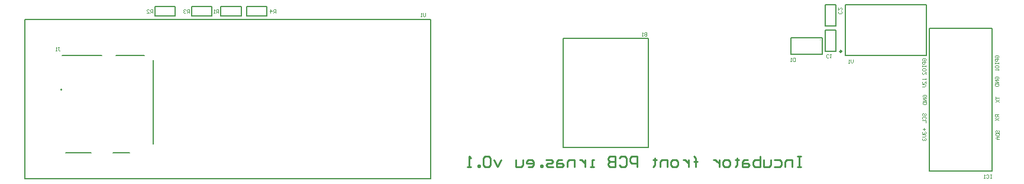
<source format=gbo>
G04 Layer_Color=32896*
%FSAX25Y25*%
%MOIN*%
G70*
G01*
G75*
%ADD39C,0.00787*%
%ADD40C,0.00394*%
%ADD66C,0.00500*%
%ADD67C,0.00984*%
%ADD68C,0.01090*%
D39*
X0254983Y0380515D02*
X0266400D01*
Y0375200D02*
Y0380515D01*
X0254983Y0375200D02*
X0266400D01*
X0254983D02*
Y0380515D01*
X0229317Y0375185D02*
Y0380500D01*
X0217900D02*
X0229317D01*
X0217900Y0375185D02*
Y0380500D01*
Y0375185D02*
X0229317D01*
X0238500D02*
X0249917D01*
X0238500D02*
Y0380500D01*
X0249917D01*
Y0375185D02*
Y0380500D01*
X0269583Y0375200D02*
Y0380515D01*
Y0375200D02*
X0281000D01*
Y0380515D01*
X0269583D02*
X0281000D01*
X0495760Y0300785D02*
X0495892Y0301180D01*
X0447939Y0300785D02*
X0447979Y0305943D01*
Y0307714D01*
Y0362557D01*
X0447939Y0300785D02*
X0495760D01*
X0495892Y0301180D02*
Y0362557D01*
X0447979D02*
X0495892D01*
X0593898Y0353712D02*
Y0362885D01*
X0576181Y0353712D02*
X0593898D01*
X0576063Y0353830D02*
X0576181Y0353712D01*
X0576063Y0353830D02*
Y0362885D01*
X0593898D01*
X0654206Y0287639D02*
X0654332Y0287513D01*
X0654206Y0287639D02*
Y0308183D01*
X0654187Y0287513D02*
X0667218D01*
X0654206Y0308183D02*
Y0368261D01*
X0689639D01*
Y0287513D02*
Y0368261D01*
X0667218Y0287513D02*
X0689639D01*
X0601553Y0369495D02*
Y0381542D01*
X0595608D02*
X0601553D01*
X0595608Y0369495D02*
Y0381542D01*
Y0369495D02*
X0601553D01*
X0595547Y0367305D02*
X0601492D01*
Y0355258D02*
Y0367305D01*
X0595547Y0355258D02*
X0601492D01*
X0595547D02*
Y0367305D01*
X0606850Y0352869D02*
Y0381570D01*
X0652558D01*
X0652637Y0381491D01*
Y0352869D02*
Y0381491D01*
X0606850Y0352869D02*
X0652637D01*
X0144693Y0283100D02*
X0373236D01*
X0144693D02*
Y0373061D01*
X0373236D01*
Y0283100D02*
Y0373061D01*
D40*
X0592677Y0361743D02*
G03*
X0592677Y0361743I-0000197J0000000D01*
G01*
X0689100Y0285468D02*
X0688444D01*
X0688772D01*
Y0283500D01*
X0689100D01*
X0688444D01*
X0686148Y0285140D02*
X0686476Y0285468D01*
X0687132D01*
X0687460Y0285140D01*
Y0283828D01*
X0687132Y0283500D01*
X0686476D01*
X0686148Y0283828D01*
X0685492Y0283500D02*
X0684836D01*
X0685164D01*
Y0285468D01*
X0685492Y0285140D01*
X0611100Y0350668D02*
Y0349356D01*
X0610444Y0348700D01*
X0609788Y0349356D01*
Y0350668D01*
X0609132Y0348700D02*
X0608476D01*
X0608804D01*
Y0350668D01*
X0609132Y0350340D01*
X0370100Y0376968D02*
Y0375328D01*
X0369772Y0375000D01*
X0369116D01*
X0368788Y0375328D01*
Y0376968D01*
X0368132Y0375000D02*
X0367476D01*
X0367804D01*
Y0376968D01*
X0368132Y0376640D01*
X0285900Y0376900D02*
Y0378868D01*
X0284916D01*
X0284588Y0378540D01*
Y0377884D01*
X0284916Y0377556D01*
X0285900D01*
X0285244D02*
X0284588Y0376900D01*
X0282948D02*
Y0378868D01*
X0283932Y0377884D01*
X0282620D01*
X0237200Y0376800D02*
Y0378768D01*
X0236216D01*
X0235888Y0378440D01*
Y0377784D01*
X0236216Y0377456D01*
X0237200D01*
X0236544D02*
X0235888Y0376800D01*
X0235232Y0378440D02*
X0234904Y0378768D01*
X0234248D01*
X0233920Y0378440D01*
Y0378112D01*
X0234248Y0377784D01*
X0234576D01*
X0234248D01*
X0233920Y0377456D01*
Y0377128D01*
X0234248Y0376800D01*
X0234904D01*
X0235232Y0377128D01*
X0216500Y0376900D02*
Y0378868D01*
X0215516D01*
X0215188Y0378540D01*
Y0377884D01*
X0215516Y0377556D01*
X0216500D01*
X0215844D02*
X0215188Y0376900D01*
X0213220D02*
X0214532D01*
X0213220Y0378212D01*
Y0378540D01*
X0213548Y0378868D01*
X0214204D01*
X0214532Y0378540D01*
X0253600Y0376800D02*
Y0378768D01*
X0252616D01*
X0252288Y0378440D01*
Y0377784D01*
X0252616Y0377456D01*
X0253600D01*
X0252944D02*
X0252288Y0376800D01*
X0251632D02*
X0250976D01*
X0251304D01*
Y0378768D01*
X0251632Y0378440D01*
X0163188Y0357668D02*
X0163844D01*
X0163516D01*
Y0356028D01*
X0163844Y0355700D01*
X0164172D01*
X0164500Y0356028D01*
X0162532Y0355700D02*
X0161876D01*
X0162204D01*
Y0357668D01*
X0162532Y0357340D01*
X0495000Y0365768D02*
Y0363800D01*
X0494016D01*
X0493688Y0364128D01*
Y0364456D01*
X0494016Y0364784D01*
X0495000D01*
X0494016D01*
X0493688Y0365112D01*
Y0365440D01*
X0494016Y0365768D01*
X0495000D01*
X0493032Y0363800D02*
X0492376D01*
X0492704D01*
Y0365768D01*
X0493032Y0365440D01*
X0597512Y0351760D02*
X0597184Y0351432D01*
X0596528D01*
X0596200Y0351760D01*
Y0353072D01*
X0596528Y0353400D01*
X0597184D01*
X0597512Y0353072D01*
X0598168Y0353400D02*
X0598824D01*
X0598496D01*
Y0351432D01*
X0598168Y0351760D01*
X0604440Y0377940D02*
X0604768Y0377612D01*
Y0376956D01*
X0604440Y0376628D01*
X0603128D01*
X0602800Y0376956D01*
Y0377612D01*
X0603128Y0377940D01*
X0602800Y0379908D02*
Y0378596D01*
X0604112Y0379908D01*
X0604440D01*
X0604768Y0379580D01*
Y0378924D01*
X0604440Y0378596D01*
X0578500Y0351668D02*
Y0349700D01*
X0577516D01*
X0577188Y0350028D01*
Y0351340D01*
X0577516Y0351668D01*
X0578500D01*
X0576532Y0349700D02*
X0575876D01*
X0576204D01*
Y0351668D01*
X0576532Y0351340D01*
X0650760Y0329288D02*
X0650432Y0329616D01*
Y0330272D01*
X0650760Y0330600D01*
X0652072D01*
X0652400Y0330272D01*
Y0329616D01*
X0652072Y0329288D01*
X0651416D01*
Y0329944D01*
X0652400Y0328632D02*
X0650432D01*
X0652400Y0327320D01*
X0650432D01*
Y0326664D02*
X0652400D01*
Y0325680D01*
X0652072Y0325352D01*
X0650760D01*
X0650432Y0325680D01*
Y0326664D01*
X0691660Y0339588D02*
X0691332Y0339916D01*
Y0340572D01*
X0691660Y0340900D01*
X0692972D01*
X0693300Y0340572D01*
Y0339916D01*
X0692972Y0339588D01*
X0692316D01*
Y0340244D01*
X0693300Y0338932D02*
X0691332D01*
X0693300Y0337620D01*
X0691332D01*
Y0336964D02*
X0693300D01*
Y0335980D01*
X0692972Y0335652D01*
X0691660D01*
X0691332Y0335980D01*
Y0336964D01*
X0651216Y0312000D02*
Y0310688D01*
X0650560Y0311344D02*
X0651872D01*
X0650560Y0310032D02*
X0650232Y0309704D01*
Y0309048D01*
X0650560Y0308720D01*
X0650888D01*
X0651216Y0309048D01*
Y0309376D01*
Y0309048D01*
X0651544Y0308720D01*
X0651872D01*
X0652200Y0309048D01*
Y0309704D01*
X0651872Y0310032D01*
X0650232Y0308064D02*
X0651544D01*
X0652200Y0307408D01*
X0651544Y0306752D01*
X0650232D01*
X0650560Y0306096D02*
X0650232Y0305768D01*
Y0305113D01*
X0650560Y0304784D01*
X0650888D01*
X0651216Y0305113D01*
Y0305440D01*
Y0305113D01*
X0651544Y0304784D01*
X0651872D01*
X0652200Y0305113D01*
Y0305768D01*
X0651872Y0306096D01*
X0650660Y0318888D02*
X0650332Y0319216D01*
Y0319872D01*
X0650660Y0320200D01*
X0650988D01*
X0651316Y0319872D01*
Y0319216D01*
X0651644Y0318888D01*
X0651972D01*
X0652300Y0319216D01*
Y0319872D01*
X0651972Y0320200D01*
X0650660Y0316920D02*
X0650332Y0317248D01*
Y0317904D01*
X0650660Y0318232D01*
X0651972D01*
X0652300Y0317904D01*
Y0317248D01*
X0651972Y0316920D01*
X0650332Y0316264D02*
X0652300D01*
Y0314952D01*
X0691960Y0309388D02*
X0691632Y0309716D01*
Y0310372D01*
X0691960Y0310700D01*
X0692288D01*
X0692616Y0310372D01*
Y0309716D01*
X0692944Y0309388D01*
X0693272D01*
X0693600Y0309716D01*
Y0310372D01*
X0693272Y0310700D01*
X0691632Y0308732D02*
X0693600D01*
Y0307748D01*
X0693272Y0307420D01*
X0691960D01*
X0691632Y0307748D01*
Y0308732D01*
X0693600Y0306764D02*
X0692288D01*
X0691632Y0306108D01*
X0692288Y0305452D01*
X0693600D01*
X0692616D01*
Y0306764D01*
X0691532Y0329700D02*
Y0328388D01*
Y0329044D01*
X0693500D01*
X0691532Y0327732D02*
X0693500Y0326420D01*
X0691532D02*
X0693500Y0327732D01*
X0693300Y0319500D02*
X0691332D01*
Y0318516D01*
X0691660Y0318188D01*
X0692316D01*
X0692644Y0318516D01*
Y0319500D01*
Y0318844D02*
X0693300Y0318188D01*
X0691332Y0317532D02*
X0693300Y0316220D01*
X0691332D02*
X0693300Y0317532D01*
X0691660Y0351588D02*
X0691332Y0351916D01*
Y0352572D01*
X0691660Y0352900D01*
X0692972D01*
X0693300Y0352572D01*
Y0351916D01*
X0692972Y0351588D01*
X0692316D01*
Y0352244D01*
X0693300Y0350932D02*
X0691332D01*
Y0349948D01*
X0691660Y0349620D01*
X0692316D01*
X0692644Y0349948D01*
Y0350932D01*
X0691332Y0348964D02*
Y0348308D01*
Y0348636D01*
X0693300D01*
Y0348964D01*
Y0348308D01*
X0691332Y0346340D02*
Y0346996D01*
X0691660Y0347324D01*
X0692972D01*
X0693300Y0346996D01*
Y0346340D01*
X0692972Y0346012D01*
X0691660D01*
X0691332Y0346340D01*
X0693300Y0345356D02*
Y0344701D01*
Y0345028D01*
X0691332D01*
X0691660Y0345356D01*
X0650460Y0349888D02*
X0650132Y0350216D01*
Y0350872D01*
X0650460Y0351200D01*
X0651772D01*
X0652100Y0350872D01*
Y0350216D01*
X0651772Y0349888D01*
X0651116D01*
Y0350544D01*
X0652100Y0349232D02*
X0650132D01*
Y0348248D01*
X0650460Y0347920D01*
X0651116D01*
X0651444Y0348248D01*
Y0349232D01*
X0650132Y0347264D02*
Y0346608D01*
Y0346936D01*
X0652100D01*
Y0347264D01*
Y0346608D01*
X0650132Y0344640D02*
Y0345296D01*
X0650460Y0345624D01*
X0651772D01*
X0652100Y0345296D01*
Y0344640D01*
X0651772Y0344313D01*
X0650460D01*
X0650132Y0344640D01*
X0652100Y0342345D02*
Y0343656D01*
X0650788Y0342345D01*
X0650460D01*
X0650132Y0342673D01*
Y0343328D01*
X0650460Y0343656D01*
X0652100Y0340000D02*
Y0339344D01*
Y0339672D01*
X0650132D01*
X0650460Y0340000D01*
X0652100Y0337048D02*
Y0338360D01*
X0650788Y0337048D01*
X0650460D01*
X0650132Y0337376D01*
Y0338032D01*
X0650460Y0338360D01*
X0650132Y0336392D02*
X0651444D01*
X0652100Y0335736D01*
X0651444Y0335080D01*
X0650132D01*
D66*
X0165434Y0333610D02*
G03*
X0165434Y0333610I-0000396J0000000D01*
G01*
X0167519Y0298039D02*
X0181731D01*
X0194251D02*
X0203661D01*
X0165472Y0352961D02*
X0188031D01*
X0195984D02*
X0211968D01*
X0217046Y0302783D02*
Y0350067D01*
D67*
X0604826Y0355192D02*
G03*
X0604826Y0355192I-0000536J0000000D01*
G01*
D68*
X0582000Y0296035D02*
X0579988D01*
X0580994D01*
Y0290000D01*
X0582000D01*
X0579988D01*
X0576971D02*
Y0294023D01*
X0573953D01*
X0572947Y0293018D01*
Y0290000D01*
X0566912Y0294023D02*
X0569930D01*
X0570936Y0293018D01*
Y0291006D01*
X0569930Y0290000D01*
X0566912D01*
X0564901Y0294023D02*
Y0291006D01*
X0563895Y0290000D01*
X0560877D01*
Y0294023D01*
X0558866Y0296035D02*
Y0290000D01*
X0555848D01*
X0554842Y0291006D01*
Y0292012D01*
Y0293018D01*
X0555848Y0294023D01*
X0558866D01*
X0551825D02*
X0549813D01*
X0548807Y0293018D01*
Y0290000D01*
X0551825D01*
X0552831Y0291006D01*
X0551825Y0292012D01*
X0548807D01*
X0545790Y0295029D02*
Y0294023D01*
X0546796D01*
X0544784D01*
X0545790D01*
Y0291006D01*
X0544784Y0290000D01*
X0540761D02*
X0538749D01*
X0537743Y0291006D01*
Y0293018D01*
X0538749Y0294023D01*
X0540761D01*
X0541766Y0293018D01*
Y0291006D01*
X0540761Y0290000D01*
X0535731Y0294023D02*
Y0290000D01*
Y0292012D01*
X0534725Y0293018D01*
X0533720Y0294023D01*
X0532714D01*
X0522655Y0290000D02*
Y0295029D01*
Y0293018D01*
X0523661D01*
X0521650D01*
X0522655D01*
Y0295029D01*
X0521650Y0296035D01*
X0518632Y0294023D02*
Y0290000D01*
Y0292012D01*
X0517626Y0293018D01*
X0516620Y0294023D01*
X0515615D01*
X0511591Y0290000D02*
X0509579D01*
X0508573Y0291006D01*
Y0293018D01*
X0509579Y0294023D01*
X0511591D01*
X0512597Y0293018D01*
Y0291006D01*
X0511591Y0290000D01*
X0506562D02*
Y0294023D01*
X0503544D01*
X0502538Y0293018D01*
Y0290000D01*
X0499521Y0295029D02*
Y0294023D01*
X0500527D01*
X0498515D01*
X0499521D01*
Y0291006D01*
X0498515Y0290000D01*
X0489463D02*
Y0296035D01*
X0486445D01*
X0485439Y0295029D01*
Y0293018D01*
X0486445Y0292012D01*
X0489463D01*
X0479404Y0295029D02*
X0480410Y0296035D01*
X0482422D01*
X0483427Y0295029D01*
Y0291006D01*
X0482422Y0290000D01*
X0480410D01*
X0479404Y0291006D01*
X0477392Y0296035D02*
Y0290000D01*
X0474375D01*
X0473369Y0291006D01*
Y0292012D01*
X0474375Y0293018D01*
X0477392D01*
X0474375D01*
X0473369Y0294023D01*
Y0295029D01*
X0474375Y0296035D01*
X0477392D01*
X0465322Y0290000D02*
X0463311D01*
X0464317D01*
Y0294023D01*
X0465322D01*
X0460293D02*
Y0290000D01*
Y0292012D01*
X0459287Y0293018D01*
X0458282Y0294023D01*
X0457276D01*
X0454258Y0290000D02*
Y0294023D01*
X0451241D01*
X0450235Y0293018D01*
Y0290000D01*
X0447217Y0294023D02*
X0445205D01*
X0444200Y0293018D01*
Y0290000D01*
X0447217D01*
X0448223Y0291006D01*
X0447217Y0292012D01*
X0444200D01*
X0442188Y0290000D02*
X0439171D01*
X0438165Y0291006D01*
X0439171Y0292012D01*
X0441182D01*
X0442188Y0293018D01*
X0441182Y0294023D01*
X0438165D01*
X0436153Y0290000D02*
Y0291006D01*
X0435147D01*
Y0290000D01*
X0436153D01*
X0428106D02*
X0430118D01*
X0431124Y0291006D01*
Y0293018D01*
X0430118Y0294023D01*
X0428106D01*
X0427100Y0293018D01*
Y0292012D01*
X0431124D01*
X0425089Y0294023D02*
Y0291006D01*
X0424083Y0290000D01*
X0421065D01*
Y0294023D01*
X0413019D02*
X0411007Y0290000D01*
X0408995Y0294023D01*
X0406984Y0295029D02*
X0405978Y0296035D01*
X0403966D01*
X0402960Y0295029D01*
Y0291006D01*
X0403966Y0290000D01*
X0405978D01*
X0406984Y0291006D01*
Y0295029D01*
X0400948Y0290000D02*
Y0291006D01*
X0399943D01*
Y0290000D01*
X0400948D01*
X0395919D02*
X0393908D01*
X0394913D01*
Y0296035D01*
X0395919Y0295029D01*
M02*

</source>
